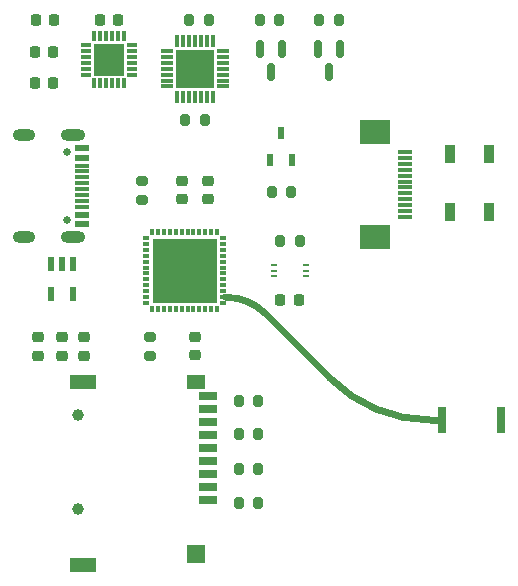
<source format=gts>
%TF.GenerationSoftware,KiCad,Pcbnew,(6.0.6)*%
%TF.CreationDate,2022-07-19T19:23:43+08:00*%
%TF.ProjectId,Egret,45677265-742e-46b6-9963-61645f706362,rev?*%
%TF.SameCoordinates,Original*%
%TF.FileFunction,Soldermask,Top*%
%TF.FilePolarity,Negative*%
%FSLAX46Y46*%
G04 Gerber Fmt 4.6, Leading zero omitted, Abs format (unit mm)*
G04 Created by KiCad (PCBNEW (6.0.6)) date 2022-07-19 19:23:43*
%MOMM*%
%LPD*%
G01*
G04 APERTURE LIST*
G04 Aperture macros list*
%AMRoundRect*
0 Rectangle with rounded corners*
0 $1 Rounding radius*
0 $2 $3 $4 $5 $6 $7 $8 $9 X,Y pos of 4 corners*
0 Add a 4 corners polygon primitive as box body*
4,1,4,$2,$3,$4,$5,$6,$7,$8,$9,$2,$3,0*
0 Add four circle primitives for the rounded corners*
1,1,$1+$1,$2,$3*
1,1,$1+$1,$4,$5*
1,1,$1+$1,$6,$7*
1,1,$1+$1,$8,$9*
0 Add four rect primitives between the rounded corners*
20,1,$1+$1,$2,$3,$4,$5,0*
20,1,$1+$1,$4,$5,$6,$7,0*
20,1,$1+$1,$6,$7,$8,$9,0*
20,1,$1+$1,$8,$9,$2,$3,0*%
G04 Aperture macros list end*
%ADD10C,0.600000*%
%ADD11RoundRect,0.200000X-0.200000X-0.275000X0.200000X-0.275000X0.200000X0.275000X-0.200000X0.275000X0*%
%ADD12R,0.550000X0.250000*%
%ADD13RoundRect,0.225000X-0.250000X0.225000X-0.250000X-0.225000X0.250000X-0.225000X0.250000X0.225000X0*%
%ADD14RoundRect,0.200000X0.200000X0.275000X-0.200000X0.275000X-0.200000X-0.275000X0.200000X-0.275000X0*%
%ADD15R,0.800000X2.300000*%
%ADD16R,1.500000X1.600000*%
%ADD17R,2.200000X1.200000*%
%ADD18R,1.500000X1.200000*%
%ADD19R,1.600000X0.700000*%
%ADD20C,1.000000*%
%ADD21RoundRect,0.150000X-0.150000X0.587500X-0.150000X-0.587500X0.150000X-0.587500X0.150000X0.587500X0*%
%ADD22R,0.532000X1.070000*%
%ADD23RoundRect,0.225000X0.225000X0.250000X-0.225000X0.250000X-0.225000X-0.250000X0.225000X-0.250000X0*%
%ADD24R,5.400000X5.400000*%
%ADD25RoundRect,0.014000X-0.161000X0.211000X-0.161000X-0.211000X0.161000X-0.211000X0.161000X0.211000X0*%
%ADD26RoundRect,0.014000X0.211000X0.161000X-0.211000X0.161000X-0.211000X-0.161000X0.211000X-0.161000X0*%
%ADD27RoundRect,0.014000X0.161000X-0.211000X0.161000X0.211000X-0.161000X0.211000X-0.161000X-0.211000X0*%
%ADD28RoundRect,0.014000X-0.211000X-0.161000X0.211000X-0.161000X0.211000X0.161000X-0.211000X0.161000X0*%
%ADD29RoundRect,0.225000X-0.225000X-0.250000X0.225000X-0.250000X0.225000X0.250000X-0.225000X0.250000X0*%
%ADD30RoundRect,0.225000X0.250000X-0.225000X0.250000X0.225000X-0.250000X0.225000X-0.250000X-0.225000X0*%
%ADD31RoundRect,0.200000X0.275000X-0.200000X0.275000X0.200000X-0.275000X0.200000X-0.275000X-0.200000X0*%
%ADD32R,0.900000X1.500000*%
%ADD33RoundRect,0.088500X-0.206500X0.516500X-0.206500X-0.516500X0.206500X-0.516500X0.206500X0.516500X0*%
%ADD34R,2.500000X2.000000*%
%ADD35R,1.250000X0.300000*%
%ADD36R,2.600000X2.700000*%
%ADD37RoundRect,0.014000X0.411000X0.161000X-0.411000X0.161000X-0.411000X-0.161000X0.411000X-0.161000X0*%
%ADD38RoundRect,0.014000X0.161000X-0.386000X0.161000X0.386000X-0.161000X0.386000X-0.161000X-0.386000X0*%
%ADD39RoundRect,0.014000X-0.411000X-0.161000X0.411000X-0.161000X0.411000X0.161000X-0.411000X0.161000X0*%
%ADD40RoundRect,0.014000X-0.161000X0.386000X-0.161000X-0.386000X0.161000X-0.386000X0.161000X0.386000X0*%
%ADD41R,3.250000X3.250000*%
%ADD42RoundRect,0.018900X-0.116100X0.486100X-0.116100X-0.486100X0.116100X-0.486100X0.116100X0.486100X0*%
%ADD43RoundRect,0.018900X0.486100X0.116100X-0.486100X0.116100X-0.486100X-0.116100X0.486100X-0.116100X0*%
%ADD44RoundRect,0.018900X0.116100X-0.486100X0.116100X0.486100X-0.116100X0.486100X-0.116100X-0.486100X0*%
%ADD45RoundRect,0.018900X-0.486100X-0.116100X0.486100X-0.116100X0.486100X0.116100X-0.486100X0.116100X0*%
%ADD46R,1.150000X0.300000*%
%ADD47R,1.150000X0.600000*%
%ADD48O,1.900000X1.000000*%
%ADD49O,2.100000X1.000000*%
%ADD50C,0.650000*%
G04 APERTURE END LIST*
D10*
X133018460Y-113714472D02*
G75*
G03*
X141554000Y-117249999I8535540J8535572D01*
G01*
X127553208Y-108249218D02*
G75*
G03*
X124139000Y-106834999I-3414208J-3414182D01*
G01*
X141554000Y-117249999D02*
X142500000Y-117250000D01*
X133018466Y-113714466D02*
X127553213Y-108249213D01*
D11*
%TO.C,R3*%
X128725000Y-83400000D03*
X127075000Y-83400000D03*
%TD*%
D12*
%TO.C,U4*%
X131003750Y-104089000D03*
X131003750Y-104589000D03*
X131003750Y-105089000D03*
X128253750Y-105089000D03*
X128253750Y-104589000D03*
X128253750Y-104089000D03*
%TD*%
D11*
%TO.C,R11*%
X126935000Y-118390000D03*
X125285000Y-118390000D03*
%TD*%
D13*
%TO.C,C8*%
X121600000Y-111775000D03*
X121600000Y-110225000D03*
%TD*%
%TO.C,C1*%
X108305000Y-111782500D03*
X108305000Y-110232500D03*
%TD*%
D14*
%TO.C,R6*%
X121075000Y-83350000D03*
X122725000Y-83350000D03*
%TD*%
D11*
%TO.C,R9*%
X126915000Y-115610000D03*
X125265000Y-115610000D03*
%TD*%
D15*
%TO.C,U6*%
X147500000Y-117250000D03*
X142500000Y-117250000D03*
%TD*%
D16*
%TO.C,Card1*%
X121700000Y-128614000D03*
D17*
X112100000Y-129514000D03*
X112100000Y-114014000D03*
D18*
X121700000Y-114006000D03*
D19*
X122700000Y-115206000D03*
X122700000Y-116306000D03*
X122700000Y-117406000D03*
X122700000Y-118505000D03*
X122700000Y-119606000D03*
X122700000Y-120705000D03*
X122700000Y-121806000D03*
X122700000Y-122905000D03*
X122700000Y-124005000D03*
D20*
X111700000Y-124814000D03*
X111700000Y-116814000D03*
%TD*%
D14*
%TO.C,R1*%
X128785000Y-102050000D03*
X130435000Y-102050000D03*
%TD*%
D21*
%TO.C,Q2*%
X132900000Y-87737500D03*
X131950000Y-85862500D03*
X133850000Y-85862500D03*
%TD*%
D11*
%TO.C,R4*%
X133725000Y-83400000D03*
X132075000Y-83400000D03*
%TD*%
%TO.C,R12*%
X126935000Y-124300000D03*
X125285000Y-124300000D03*
%TD*%
D22*
%TO.C,Q3*%
X128850000Y-92965000D03*
X129800000Y-95235000D03*
X127900000Y-95235000D03*
%TD*%
D23*
%TO.C,C5*%
X113520000Y-83370000D03*
X115070000Y-83370000D03*
%TD*%
D24*
%TO.C,U5*%
X120690000Y-104585000D03*
D25*
X123440000Y-107850000D03*
X122940000Y-107850000D03*
X122440000Y-107850000D03*
X121940000Y-107850000D03*
X121440000Y-107850000D03*
X120940000Y-107850000D03*
X120440000Y-107850000D03*
X119940000Y-107850000D03*
X119440000Y-107850000D03*
X118940000Y-107850000D03*
X118440000Y-107850000D03*
X117940000Y-107850000D03*
D26*
X117425000Y-107335000D03*
X117425000Y-106835000D03*
X117425000Y-106335000D03*
X117425000Y-105835000D03*
X117425000Y-105335000D03*
X117425000Y-104835000D03*
X117425000Y-104335000D03*
X117425000Y-103835000D03*
X117425000Y-103335000D03*
X117425000Y-102835000D03*
X117425000Y-102335000D03*
X117425000Y-101835000D03*
D27*
X117940000Y-101320000D03*
X118440000Y-101320000D03*
X118940000Y-101320000D03*
X119440000Y-101320000D03*
X119940000Y-101320000D03*
X120440000Y-101320000D03*
X120940000Y-101320000D03*
X121440000Y-101320000D03*
X121940000Y-101320000D03*
X122440000Y-101320000D03*
X122940000Y-101320000D03*
X123440000Y-101320000D03*
D28*
X123955000Y-101835000D03*
X123955000Y-102335000D03*
X123955000Y-102835000D03*
X123955000Y-103335000D03*
X123955000Y-103835000D03*
X123955000Y-104335000D03*
X123955000Y-104835000D03*
X123955000Y-105335000D03*
X123955000Y-105835000D03*
X123955000Y-106335000D03*
X123955000Y-106835000D03*
X123955000Y-107335000D03*
%TD*%
D29*
%TO.C,C9*%
X130360000Y-107050000D03*
X128810000Y-107050000D03*
%TD*%
D30*
%TO.C,C2*%
X110305000Y-110255000D03*
X110305000Y-111805000D03*
%TD*%
D14*
%TO.C,R5*%
X128056250Y-97937000D03*
X129706250Y-97937000D03*
%TD*%
D23*
%TO.C,C3*%
X108025000Y-86120000D03*
X109575000Y-86120000D03*
%TD*%
%TO.C,C7*%
X108085000Y-83370000D03*
X109635000Y-83370000D03*
%TD*%
D30*
%TO.C,C6*%
X112195000Y-110255000D03*
X112195000Y-111805000D03*
%TD*%
D31*
%TO.C,R8*%
X117094000Y-96965000D03*
X117094000Y-98615000D03*
%TD*%
D32*
%TO.C,U1*%
X143150000Y-94750000D03*
X146450000Y-94750000D03*
X146450000Y-99650000D03*
X143150000Y-99650000D03*
%TD*%
D21*
%TO.C,Q1*%
X128000000Y-87737500D03*
X127050000Y-85862500D03*
X128950000Y-85862500D03*
%TD*%
D30*
%TO.C,C10*%
X122682000Y-97015000D03*
X122682000Y-98565000D03*
%TD*%
D23*
%TO.C,C4*%
X108025000Y-88680000D03*
X109575000Y-88680000D03*
%TD*%
D11*
%TO.C,R10*%
X126935000Y-121380000D03*
X125285000Y-121380000D03*
%TD*%
D31*
%TO.C,R2*%
X117722000Y-110175000D03*
X117722000Y-111825000D03*
%TD*%
D11*
%TO.C,R7*%
X122412500Y-91800000D03*
X120762500Y-91800000D03*
%TD*%
D33*
%TO.C,U3*%
X111270000Y-106555000D03*
X109370000Y-106555000D03*
X109370000Y-104045000D03*
X110320000Y-104045000D03*
X111270000Y-104045000D03*
%TD*%
D30*
%TO.C,C11*%
X120450000Y-96985000D03*
X120450000Y-98535000D03*
%TD*%
D34*
%TO.C,FPC1*%
X136787500Y-92860000D03*
X136787500Y-101740000D03*
D35*
X139363500Y-100050000D03*
X139363500Y-99550000D03*
X139363500Y-99050000D03*
X139363500Y-98550000D03*
X139363500Y-98050000D03*
X139363500Y-97550000D03*
X139363500Y-97050000D03*
X139363500Y-96550000D03*
X139363500Y-96050000D03*
X139363500Y-95550000D03*
X139363500Y-95050000D03*
X139363500Y-94550000D03*
%TD*%
D36*
%TO.C,U2*%
X114300000Y-86750000D03*
D37*
X116275000Y-85500000D03*
X116275000Y-86000000D03*
X116275000Y-86500000D03*
X116275000Y-87000000D03*
X116275000Y-87500000D03*
X116275000Y-88000000D03*
D38*
X115550000Y-88750000D03*
X115050000Y-88750000D03*
X114550000Y-88750000D03*
X114050000Y-88750000D03*
X113550000Y-88750000D03*
X113050000Y-88750000D03*
D39*
X112325000Y-88000000D03*
X112325000Y-87500000D03*
X112325000Y-87000000D03*
X112325000Y-86500000D03*
X112325000Y-86000000D03*
X112325000Y-85500000D03*
D40*
X113050000Y-84750000D03*
X113550000Y-84750000D03*
X114050000Y-84750000D03*
X114550000Y-84750000D03*
X115050000Y-84750000D03*
X115550000Y-84750000D03*
%TD*%
D41*
%TO.C,U7*%
X121587500Y-87500000D03*
D42*
X120087500Y-85140000D03*
X120587500Y-85140000D03*
X121087500Y-85140000D03*
X121587500Y-85140000D03*
X122087500Y-85140000D03*
X122587500Y-85140000D03*
X123087500Y-85140000D03*
D43*
X123947500Y-86000000D03*
X123947500Y-86500000D03*
X123947500Y-87000000D03*
X123947500Y-87500000D03*
X123947500Y-88000000D03*
X123947500Y-88500000D03*
X123947500Y-89000000D03*
D44*
X123087500Y-89860000D03*
X122587500Y-89860000D03*
X122087500Y-89860000D03*
X121587500Y-89860000D03*
X121087500Y-89860000D03*
X120587500Y-89860000D03*
X120087500Y-89860000D03*
D45*
X119227500Y-89000000D03*
X119227500Y-88500000D03*
X119227500Y-88000000D03*
X119227500Y-87500000D03*
X119227500Y-87000000D03*
X119227500Y-86500000D03*
X119227500Y-86000000D03*
%TD*%
D46*
%TO.C,USB1*%
X112021000Y-95700000D03*
X112021000Y-96700000D03*
X112021000Y-98200000D03*
X112021000Y-99200000D03*
D47*
X112021000Y-99850000D03*
X112021000Y-100650000D03*
D46*
X112021000Y-98700000D03*
X112021000Y-97700000D03*
X112021000Y-97200000D03*
X112021000Y-96200000D03*
D47*
X112021000Y-95050000D03*
X112021000Y-94250000D03*
D48*
X107059000Y-101775000D03*
X107059000Y-93125000D03*
D49*
X111259000Y-101775000D03*
X111259000Y-93125000D03*
D50*
X110759000Y-94560000D03*
X110759000Y-100340000D03*
%TD*%
M02*

</source>
